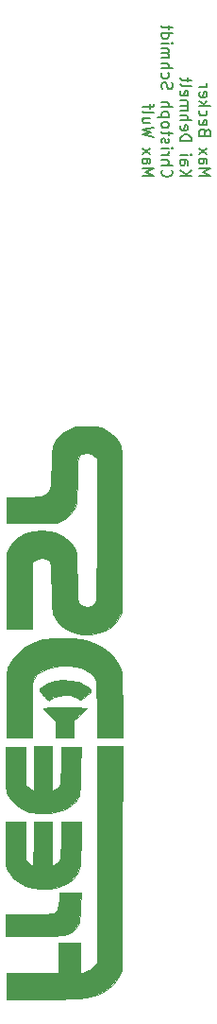
<source format=gbo>
G04 #@! TF.FileFunction,Legend,Bot*
%FSLAX46Y46*%
G04 Gerber Fmt 4.6, Leading zero omitted, Abs format (unit mm)*
G04 Created by KiCad (PCBNEW 4.0.6-e0-6349~52~ubuntu16.10.1) date Wed Jun  7 12:11:48 2017*
%MOMM*%
%LPD*%
G01*
G04 APERTURE LIST*
%ADD10C,0.100000*%
%ADD11C,0.200000*%
%ADD12C,0.010000*%
G04 APERTURE END LIST*
D10*
D11*
X106745619Y-76469905D02*
X107745619Y-76469905D01*
X107031333Y-76136571D01*
X107745619Y-75803238D01*
X106745619Y-75803238D01*
X106745619Y-74898476D02*
X107269429Y-74898476D01*
X107364667Y-74946095D01*
X107412286Y-75041333D01*
X107412286Y-75231810D01*
X107364667Y-75327048D01*
X106793238Y-74898476D02*
X106745619Y-74993714D01*
X106745619Y-75231810D01*
X106793238Y-75327048D01*
X106888476Y-75374667D01*
X106983714Y-75374667D01*
X107078952Y-75327048D01*
X107126571Y-75231810D01*
X107126571Y-74993714D01*
X107174190Y-74898476D01*
X106745619Y-74517524D02*
X107412286Y-73993714D01*
X107412286Y-74517524D02*
X106745619Y-73993714D01*
X107269429Y-72517523D02*
X107221810Y-72374666D01*
X107174190Y-72327047D01*
X107078952Y-72279428D01*
X106936095Y-72279428D01*
X106840857Y-72327047D01*
X106793238Y-72374666D01*
X106745619Y-72469904D01*
X106745619Y-72850857D01*
X107745619Y-72850857D01*
X107745619Y-72517523D01*
X107698000Y-72422285D01*
X107650381Y-72374666D01*
X107555143Y-72327047D01*
X107459905Y-72327047D01*
X107364667Y-72374666D01*
X107317048Y-72422285D01*
X107269429Y-72517523D01*
X107269429Y-72850857D01*
X106793238Y-71469904D02*
X106745619Y-71565142D01*
X106745619Y-71755619D01*
X106793238Y-71850857D01*
X106888476Y-71898476D01*
X107269429Y-71898476D01*
X107364667Y-71850857D01*
X107412286Y-71755619D01*
X107412286Y-71565142D01*
X107364667Y-71469904D01*
X107269429Y-71422285D01*
X107174190Y-71422285D01*
X107078952Y-71898476D01*
X106793238Y-70565142D02*
X106745619Y-70660380D01*
X106745619Y-70850857D01*
X106793238Y-70946095D01*
X106840857Y-70993714D01*
X106936095Y-71041333D01*
X107221810Y-71041333D01*
X107317048Y-70993714D01*
X107364667Y-70946095D01*
X107412286Y-70850857D01*
X107412286Y-70660380D01*
X107364667Y-70565142D01*
X106745619Y-70136571D02*
X107745619Y-70136571D01*
X107126571Y-70041333D02*
X106745619Y-69755618D01*
X107412286Y-69755618D02*
X107031333Y-70136571D01*
X106793238Y-68946094D02*
X106745619Y-69041332D01*
X106745619Y-69231809D01*
X106793238Y-69327047D01*
X106888476Y-69374666D01*
X107269429Y-69374666D01*
X107364667Y-69327047D01*
X107412286Y-69231809D01*
X107412286Y-69041332D01*
X107364667Y-68946094D01*
X107269429Y-68898475D01*
X107174190Y-68898475D01*
X107078952Y-69374666D01*
X106745619Y-68469904D02*
X107412286Y-68469904D01*
X107221810Y-68469904D02*
X107317048Y-68422285D01*
X107364667Y-68374666D01*
X107412286Y-68279428D01*
X107412286Y-68184189D01*
X105045619Y-76469905D02*
X106045619Y-76469905D01*
X105045619Y-75898476D02*
X105617048Y-76327048D01*
X106045619Y-75898476D02*
X105474190Y-76469905D01*
X105045619Y-75041333D02*
X105569429Y-75041333D01*
X105664667Y-75088952D01*
X105712286Y-75184190D01*
X105712286Y-75374667D01*
X105664667Y-75469905D01*
X105093238Y-75041333D02*
X105045619Y-75136571D01*
X105045619Y-75374667D01*
X105093238Y-75469905D01*
X105188476Y-75517524D01*
X105283714Y-75517524D01*
X105378952Y-75469905D01*
X105426571Y-75374667D01*
X105426571Y-75136571D01*
X105474190Y-75041333D01*
X105045619Y-74565143D02*
X105712286Y-74565143D01*
X106045619Y-74565143D02*
X105998000Y-74612762D01*
X105950381Y-74565143D01*
X105998000Y-74517524D01*
X106045619Y-74565143D01*
X105950381Y-74565143D01*
X105045619Y-73327048D02*
X106045619Y-73327048D01*
X106045619Y-73088953D01*
X105998000Y-72946095D01*
X105902762Y-72850857D01*
X105807524Y-72803238D01*
X105617048Y-72755619D01*
X105474190Y-72755619D01*
X105283714Y-72803238D01*
X105188476Y-72850857D01*
X105093238Y-72946095D01*
X105045619Y-73088953D01*
X105045619Y-73327048D01*
X105093238Y-71946095D02*
X105045619Y-72041333D01*
X105045619Y-72231810D01*
X105093238Y-72327048D01*
X105188476Y-72374667D01*
X105569429Y-72374667D01*
X105664667Y-72327048D01*
X105712286Y-72231810D01*
X105712286Y-72041333D01*
X105664667Y-71946095D01*
X105569429Y-71898476D01*
X105474190Y-71898476D01*
X105378952Y-72374667D01*
X105045619Y-71469905D02*
X106045619Y-71469905D01*
X105045619Y-71041333D02*
X105569429Y-71041333D01*
X105664667Y-71088952D01*
X105712286Y-71184190D01*
X105712286Y-71327048D01*
X105664667Y-71422286D01*
X105617048Y-71469905D01*
X105045619Y-70565143D02*
X105712286Y-70565143D01*
X105617048Y-70565143D02*
X105664667Y-70517524D01*
X105712286Y-70422286D01*
X105712286Y-70279428D01*
X105664667Y-70184190D01*
X105569429Y-70136571D01*
X105045619Y-70136571D01*
X105569429Y-70136571D02*
X105664667Y-70088952D01*
X105712286Y-69993714D01*
X105712286Y-69850857D01*
X105664667Y-69755619D01*
X105569429Y-69708000D01*
X105045619Y-69708000D01*
X105093238Y-68850857D02*
X105045619Y-68946095D01*
X105045619Y-69136572D01*
X105093238Y-69231810D01*
X105188476Y-69279429D01*
X105569429Y-69279429D01*
X105664667Y-69231810D01*
X105712286Y-69136572D01*
X105712286Y-68946095D01*
X105664667Y-68850857D01*
X105569429Y-68803238D01*
X105474190Y-68803238D01*
X105378952Y-69279429D01*
X105045619Y-68231810D02*
X105093238Y-68327048D01*
X105188476Y-68374667D01*
X106045619Y-68374667D01*
X105712286Y-67993714D02*
X105712286Y-67612762D01*
X106045619Y-67850857D02*
X105188476Y-67850857D01*
X105093238Y-67803238D01*
X105045619Y-67708000D01*
X105045619Y-67612762D01*
X103440857Y-75898476D02*
X103393238Y-75946095D01*
X103345619Y-76088952D01*
X103345619Y-76184190D01*
X103393238Y-76327048D01*
X103488476Y-76422286D01*
X103583714Y-76469905D01*
X103774190Y-76517524D01*
X103917048Y-76517524D01*
X104107524Y-76469905D01*
X104202762Y-76422286D01*
X104298000Y-76327048D01*
X104345619Y-76184190D01*
X104345619Y-76088952D01*
X104298000Y-75946095D01*
X104250381Y-75898476D01*
X103345619Y-75469905D02*
X104345619Y-75469905D01*
X103345619Y-75041333D02*
X103869429Y-75041333D01*
X103964667Y-75088952D01*
X104012286Y-75184190D01*
X104012286Y-75327048D01*
X103964667Y-75422286D01*
X103917048Y-75469905D01*
X103345619Y-74565143D02*
X104012286Y-74565143D01*
X103821810Y-74565143D02*
X103917048Y-74517524D01*
X103964667Y-74469905D01*
X104012286Y-74374667D01*
X104012286Y-74279428D01*
X103345619Y-73946095D02*
X104012286Y-73946095D01*
X104345619Y-73946095D02*
X104298000Y-73993714D01*
X104250381Y-73946095D01*
X104298000Y-73898476D01*
X104345619Y-73946095D01*
X104250381Y-73946095D01*
X103393238Y-73517524D02*
X103345619Y-73422286D01*
X103345619Y-73231810D01*
X103393238Y-73136571D01*
X103488476Y-73088952D01*
X103536095Y-73088952D01*
X103631333Y-73136571D01*
X103678952Y-73231810D01*
X103678952Y-73374667D01*
X103726571Y-73469905D01*
X103821810Y-73517524D01*
X103869429Y-73517524D01*
X103964667Y-73469905D01*
X104012286Y-73374667D01*
X104012286Y-73231810D01*
X103964667Y-73136571D01*
X104012286Y-72803238D02*
X104012286Y-72422286D01*
X104345619Y-72660381D02*
X103488476Y-72660381D01*
X103393238Y-72612762D01*
X103345619Y-72517524D01*
X103345619Y-72422286D01*
X103345619Y-71946095D02*
X103393238Y-72041333D01*
X103440857Y-72088952D01*
X103536095Y-72136571D01*
X103821810Y-72136571D01*
X103917048Y-72088952D01*
X103964667Y-72041333D01*
X104012286Y-71946095D01*
X104012286Y-71803237D01*
X103964667Y-71707999D01*
X103917048Y-71660380D01*
X103821810Y-71612761D01*
X103536095Y-71612761D01*
X103440857Y-71660380D01*
X103393238Y-71707999D01*
X103345619Y-71803237D01*
X103345619Y-71946095D01*
X104012286Y-71184190D02*
X103012286Y-71184190D01*
X103964667Y-71184190D02*
X104012286Y-71088952D01*
X104012286Y-70898475D01*
X103964667Y-70803237D01*
X103917048Y-70755618D01*
X103821810Y-70707999D01*
X103536095Y-70707999D01*
X103440857Y-70755618D01*
X103393238Y-70803237D01*
X103345619Y-70898475D01*
X103345619Y-71088952D01*
X103393238Y-71184190D01*
X103345619Y-70279428D02*
X104345619Y-70279428D01*
X103345619Y-69850856D02*
X103869429Y-69850856D01*
X103964667Y-69898475D01*
X104012286Y-69993713D01*
X104012286Y-70136571D01*
X103964667Y-70231809D01*
X103917048Y-70279428D01*
X103393238Y-68660380D02*
X103345619Y-68517523D01*
X103345619Y-68279427D01*
X103393238Y-68184189D01*
X103440857Y-68136570D01*
X103536095Y-68088951D01*
X103631333Y-68088951D01*
X103726571Y-68136570D01*
X103774190Y-68184189D01*
X103821810Y-68279427D01*
X103869429Y-68469904D01*
X103917048Y-68565142D01*
X103964667Y-68612761D01*
X104059905Y-68660380D01*
X104155143Y-68660380D01*
X104250381Y-68612761D01*
X104298000Y-68565142D01*
X104345619Y-68469904D01*
X104345619Y-68231808D01*
X104298000Y-68088951D01*
X103393238Y-67231808D02*
X103345619Y-67327046D01*
X103345619Y-67517523D01*
X103393238Y-67612761D01*
X103440857Y-67660380D01*
X103536095Y-67707999D01*
X103821810Y-67707999D01*
X103917048Y-67660380D01*
X103964667Y-67612761D01*
X104012286Y-67517523D01*
X104012286Y-67327046D01*
X103964667Y-67231808D01*
X103345619Y-66803237D02*
X104345619Y-66803237D01*
X103345619Y-66374665D02*
X103869429Y-66374665D01*
X103964667Y-66422284D01*
X104012286Y-66517522D01*
X104012286Y-66660380D01*
X103964667Y-66755618D01*
X103917048Y-66803237D01*
X103345619Y-65898475D02*
X104012286Y-65898475D01*
X103917048Y-65898475D02*
X103964667Y-65850856D01*
X104012286Y-65755618D01*
X104012286Y-65612760D01*
X103964667Y-65517522D01*
X103869429Y-65469903D01*
X103345619Y-65469903D01*
X103869429Y-65469903D02*
X103964667Y-65422284D01*
X104012286Y-65327046D01*
X104012286Y-65184189D01*
X103964667Y-65088951D01*
X103869429Y-65041332D01*
X103345619Y-65041332D01*
X103345619Y-64565142D02*
X104012286Y-64565142D01*
X104345619Y-64565142D02*
X104298000Y-64612761D01*
X104250381Y-64565142D01*
X104298000Y-64517523D01*
X104345619Y-64565142D01*
X104250381Y-64565142D01*
X103345619Y-63660380D02*
X104345619Y-63660380D01*
X103393238Y-63660380D02*
X103345619Y-63755618D01*
X103345619Y-63946095D01*
X103393238Y-64041333D01*
X103440857Y-64088952D01*
X103536095Y-64136571D01*
X103821810Y-64136571D01*
X103917048Y-64088952D01*
X103964667Y-64041333D01*
X104012286Y-63946095D01*
X104012286Y-63755618D01*
X103964667Y-63660380D01*
X104012286Y-63327047D02*
X104012286Y-62946095D01*
X104345619Y-63184190D02*
X103488476Y-63184190D01*
X103393238Y-63136571D01*
X103345619Y-63041333D01*
X103345619Y-62946095D01*
X101645619Y-76469905D02*
X102645619Y-76469905D01*
X101931333Y-76136571D01*
X102645619Y-75803238D01*
X101645619Y-75803238D01*
X101645619Y-74898476D02*
X102169429Y-74898476D01*
X102264667Y-74946095D01*
X102312286Y-75041333D01*
X102312286Y-75231810D01*
X102264667Y-75327048D01*
X101693238Y-74898476D02*
X101645619Y-74993714D01*
X101645619Y-75231810D01*
X101693238Y-75327048D01*
X101788476Y-75374667D01*
X101883714Y-75374667D01*
X101978952Y-75327048D01*
X102026571Y-75231810D01*
X102026571Y-74993714D01*
X102074190Y-74898476D01*
X101645619Y-74517524D02*
X102312286Y-73993714D01*
X102312286Y-74517524D02*
X101645619Y-73993714D01*
X102645619Y-72946095D02*
X101645619Y-72708000D01*
X102359905Y-72517523D01*
X101645619Y-72327047D01*
X102645619Y-72088952D01*
X102312286Y-71279428D02*
X101645619Y-71279428D01*
X102312286Y-71708000D02*
X101788476Y-71708000D01*
X101693238Y-71660381D01*
X101645619Y-71565143D01*
X101645619Y-71422285D01*
X101693238Y-71327047D01*
X101740857Y-71279428D01*
X101645619Y-70660381D02*
X101693238Y-70755619D01*
X101788476Y-70803238D01*
X102645619Y-70803238D01*
X102312286Y-70422285D02*
X102312286Y-70041333D01*
X101645619Y-70279428D02*
X102502762Y-70279428D01*
X102598000Y-70231809D01*
X102645619Y-70136571D01*
X102645619Y-70041333D01*
D12*
G36*
X94149333Y-140631334D02*
X94149333Y-141226720D01*
X94118533Y-141740619D01*
X94021713Y-142112216D01*
X93852244Y-142357786D01*
X93637806Y-142482543D01*
X93445460Y-142517219D01*
X93094501Y-142544598D01*
X92595513Y-142564236D01*
X91959078Y-142575691D01*
X91342699Y-142578667D01*
X89323333Y-142578667D01*
X89323333Y-144526000D01*
X91805633Y-144526000D01*
X92622234Y-144523644D01*
X93289124Y-144514848D01*
X93825880Y-144497019D01*
X94252079Y-144467566D01*
X94587299Y-144423896D01*
X94851118Y-144363417D01*
X95063113Y-144283539D01*
X95242863Y-144181667D01*
X95409944Y-144055211D01*
X95419031Y-144047596D01*
X95644850Y-143833443D01*
X95812007Y-143605316D01*
X95929798Y-143332802D01*
X96007519Y-142985486D01*
X96054470Y-142532956D01*
X96079946Y-141944799D01*
X96081601Y-141880167D01*
X96112197Y-140631334D01*
X94149333Y-140631334D01*
X94149333Y-140631334D01*
G37*
X94149333Y-140631334D02*
X94149333Y-141226720D01*
X94118533Y-141740619D01*
X94021713Y-142112216D01*
X93852244Y-142357786D01*
X93637806Y-142482543D01*
X93445460Y-142517219D01*
X93094501Y-142544598D01*
X92595513Y-142564236D01*
X91959078Y-142575691D01*
X91342699Y-142578667D01*
X89323333Y-142578667D01*
X89323333Y-144526000D01*
X91805633Y-144526000D01*
X92622234Y-144523644D01*
X93289124Y-144514848D01*
X93825880Y-144497019D01*
X94252079Y-144467566D01*
X94587299Y-144423896D01*
X94851118Y-144363417D01*
X95063113Y-144283539D01*
X95242863Y-144181667D01*
X95409944Y-144055211D01*
X95419031Y-144047596D01*
X95644850Y-143833443D01*
X95812007Y-143605316D01*
X95929798Y-143332802D01*
X96007519Y-142985486D01*
X96054470Y-142532956D01*
X96079946Y-141944799D01*
X96081601Y-141880167D01*
X96112197Y-140631334D01*
X94149333Y-140631334D01*
G36*
X94318666Y-134281334D02*
X94318666Y-135958485D01*
X94317550Y-136554496D01*
X94310880Y-137005774D01*
X94293671Y-137336918D01*
X94260940Y-137572527D01*
X94207705Y-137737201D01*
X94128981Y-137855538D01*
X94019784Y-137952138D01*
X93897661Y-138036613D01*
X93765886Y-138121050D01*
X93664571Y-138165481D01*
X93589713Y-138152903D01*
X93537308Y-138066311D01*
X93503352Y-137888703D01*
X93483843Y-137603075D01*
X93474777Y-137192421D01*
X93472150Y-136639739D01*
X93472000Y-136228667D01*
X93472000Y-134281334D01*
X91863333Y-134281334D01*
X91863333Y-136228667D01*
X91861404Y-136782534D01*
X91855993Y-137275137D01*
X91847665Y-137682841D01*
X91836984Y-137982010D01*
X91824517Y-138149009D01*
X91816795Y-138176000D01*
X91659292Y-138124364D01*
X91452760Y-138001141D01*
X91268528Y-137853858D01*
X91188510Y-137757357D01*
X91158726Y-137616846D01*
X91134028Y-137330121D01*
X91115520Y-136920252D01*
X91104308Y-136410312D01*
X91101333Y-135937900D01*
X91101333Y-134281334D01*
X89323333Y-134281334D01*
X89336019Y-136122834D01*
X89341317Y-136677762D01*
X89348948Y-137186728D01*
X89358265Y-137621338D01*
X89368621Y-137953200D01*
X89379370Y-138153924D01*
X89383054Y-138187614D01*
X89444681Y-138380265D01*
X89568674Y-138648184D01*
X89688405Y-138864948D01*
X90060115Y-139329601D01*
X90550283Y-139704713D01*
X91132358Y-139988189D01*
X91779791Y-140177933D01*
X92466031Y-140271851D01*
X93164529Y-140267846D01*
X93848736Y-140163824D01*
X94492100Y-139957689D01*
X95068073Y-139647345D01*
X95464340Y-139320783D01*
X95649600Y-139122227D01*
X95795023Y-138924547D01*
X95905349Y-138704456D01*
X95985318Y-138438663D01*
X96039668Y-138103879D01*
X96073138Y-137676816D01*
X96090470Y-137134183D01*
X96096401Y-136452691D01*
X96096666Y-136213585D01*
X96096666Y-134281334D01*
X94318666Y-134281334D01*
X94318666Y-134281334D01*
G37*
X94318666Y-134281334D02*
X94318666Y-135958485D01*
X94317550Y-136554496D01*
X94310880Y-137005774D01*
X94293671Y-137336918D01*
X94260940Y-137572527D01*
X94207705Y-137737201D01*
X94128981Y-137855538D01*
X94019784Y-137952138D01*
X93897661Y-138036613D01*
X93765886Y-138121050D01*
X93664571Y-138165481D01*
X93589713Y-138152903D01*
X93537308Y-138066311D01*
X93503352Y-137888703D01*
X93483843Y-137603075D01*
X93474777Y-137192421D01*
X93472150Y-136639739D01*
X93472000Y-136228667D01*
X93472000Y-134281334D01*
X91863333Y-134281334D01*
X91863333Y-136228667D01*
X91861404Y-136782534D01*
X91855993Y-137275137D01*
X91847665Y-137682841D01*
X91836984Y-137982010D01*
X91824517Y-138149009D01*
X91816795Y-138176000D01*
X91659292Y-138124364D01*
X91452760Y-138001141D01*
X91268528Y-137853858D01*
X91188510Y-137757357D01*
X91158726Y-137616846D01*
X91134028Y-137330121D01*
X91115520Y-136920252D01*
X91104308Y-136410312D01*
X91101333Y-135937900D01*
X91101333Y-134281334D01*
X89323333Y-134281334D01*
X89336019Y-136122834D01*
X89341317Y-136677762D01*
X89348948Y-137186728D01*
X89358265Y-137621338D01*
X89368621Y-137953200D01*
X89379370Y-138153924D01*
X89383054Y-138187614D01*
X89444681Y-138380265D01*
X89568674Y-138648184D01*
X89688405Y-138864948D01*
X90060115Y-139329601D01*
X90550283Y-139704713D01*
X91132358Y-139988189D01*
X91779791Y-140177933D01*
X92466031Y-140271851D01*
X93164529Y-140267846D01*
X93848736Y-140163824D01*
X94492100Y-139957689D01*
X95068073Y-139647345D01*
X95464340Y-139320783D01*
X95649600Y-139122227D01*
X95795023Y-138924547D01*
X95905349Y-138704456D01*
X95985318Y-138438663D01*
X96039668Y-138103879D01*
X96073138Y-137676816D01*
X96090470Y-137134183D01*
X96096401Y-136452691D01*
X96096666Y-136213585D01*
X96096666Y-134281334D01*
X94318666Y-134281334D01*
G36*
X94318666Y-127592667D02*
X94318666Y-129232249D01*
X94317452Y-129803542D01*
X94312276Y-130230784D01*
X94300836Y-130539247D01*
X94280832Y-130754206D01*
X94249962Y-130900933D01*
X94205925Y-131004702D01*
X94149843Y-131086456D01*
X93942888Y-131273263D01*
X93726510Y-131389803D01*
X93472000Y-131478525D01*
X93472000Y-127508000D01*
X91863333Y-127508000D01*
X91863333Y-131493292D01*
X91672833Y-131395066D01*
X91464175Y-131261655D01*
X91291833Y-131123328D01*
X91226811Y-131057989D01*
X91178563Y-130981011D01*
X91144590Y-130868091D01*
X91122392Y-130694923D01*
X91109469Y-130437202D01*
X91103321Y-130070624D01*
X91101448Y-129570882D01*
X91101333Y-129271242D01*
X91101333Y-127592667D01*
X89323333Y-127592667D01*
X89326097Y-129434167D01*
X89328972Y-130067928D01*
X89336681Y-130558953D01*
X89351062Y-130933813D01*
X89373956Y-131219081D01*
X89407201Y-131441327D01*
X89452638Y-131627122D01*
X89484852Y-131727350D01*
X89751198Y-132241940D01*
X90169186Y-132693260D01*
X90730225Y-133072812D01*
X90961246Y-133188258D01*
X91263740Y-133319152D01*
X91525785Y-133404751D01*
X91804654Y-133457073D01*
X92157619Y-133488138D01*
X92460422Y-133502895D01*
X93327263Y-133488573D01*
X94072778Y-133366491D01*
X94709096Y-133133119D01*
X95248344Y-132784926D01*
X95405586Y-132645631D01*
X95595100Y-132458092D01*
X95743722Y-132283344D01*
X95856741Y-132097884D01*
X95939450Y-131878213D01*
X95997138Y-131600828D01*
X96035098Y-131242229D01*
X96058620Y-130778913D01*
X96072995Y-130187380D01*
X96080951Y-129645834D01*
X96107569Y-127592667D01*
X94318666Y-127592667D01*
X94318666Y-127592667D01*
G37*
X94318666Y-127592667D02*
X94318666Y-129232249D01*
X94317452Y-129803542D01*
X94312276Y-130230784D01*
X94300836Y-130539247D01*
X94280832Y-130754206D01*
X94249962Y-130900933D01*
X94205925Y-131004702D01*
X94149843Y-131086456D01*
X93942888Y-131273263D01*
X93726510Y-131389803D01*
X93472000Y-131478525D01*
X93472000Y-127508000D01*
X91863333Y-127508000D01*
X91863333Y-131493292D01*
X91672833Y-131395066D01*
X91464175Y-131261655D01*
X91291833Y-131123328D01*
X91226811Y-131057989D01*
X91178563Y-130981011D01*
X91144590Y-130868091D01*
X91122392Y-130694923D01*
X91109469Y-130437202D01*
X91103321Y-130070624D01*
X91101448Y-129570882D01*
X91101333Y-129271242D01*
X91101333Y-127592667D01*
X89323333Y-127592667D01*
X89326097Y-129434167D01*
X89328972Y-130067928D01*
X89336681Y-130558953D01*
X89351062Y-130933813D01*
X89373956Y-131219081D01*
X89407201Y-131441327D01*
X89452638Y-131627122D01*
X89484852Y-131727350D01*
X89751198Y-132241940D01*
X90169186Y-132693260D01*
X90730225Y-133072812D01*
X90961246Y-133188258D01*
X91263740Y-133319152D01*
X91525785Y-133404751D01*
X91804654Y-133457073D01*
X92157619Y-133488138D01*
X92460422Y-133502895D01*
X93327263Y-133488573D01*
X94072778Y-133366491D01*
X94709096Y-133133119D01*
X95248344Y-132784926D01*
X95405586Y-132645631D01*
X95595100Y-132458092D01*
X95743722Y-132283344D01*
X95856741Y-132097884D01*
X95939450Y-131878213D01*
X95997138Y-131600828D01*
X96035098Y-131242229D01*
X96058620Y-130778913D01*
X96072995Y-130187380D01*
X96080951Y-129645834D01*
X96107569Y-127592667D01*
X94318666Y-127592667D01*
G36*
X97536000Y-127508000D02*
X97536000Y-146871626D01*
X97345500Y-147151948D01*
X97049824Y-147451136D01*
X96641149Y-147674051D01*
X96287166Y-147774198D01*
X96012000Y-147823767D01*
X96012000Y-145118667D01*
X94064666Y-145118667D01*
X94064666Y-147828000D01*
X89408000Y-147828000D01*
X89408000Y-150198667D01*
X92053833Y-150197943D01*
X93260732Y-150190832D01*
X94304601Y-150169998D01*
X95191211Y-150135132D01*
X95926333Y-150085922D01*
X96515738Y-150022059D01*
X96965197Y-149943233D01*
X97016535Y-149931168D01*
X97802829Y-149667410D01*
X98473965Y-149290369D01*
X99022034Y-148805883D01*
X99439128Y-148219791D01*
X99504506Y-148094205D01*
X99779666Y-147535321D01*
X99802519Y-137521661D01*
X99825371Y-127508000D01*
X97536000Y-127508000D01*
X97536000Y-127508000D01*
G37*
X97536000Y-127508000D02*
X97536000Y-146871626D01*
X97345500Y-147151948D01*
X97049824Y-147451136D01*
X96641149Y-147674051D01*
X96287166Y-147774198D01*
X96012000Y-147823767D01*
X96012000Y-145118667D01*
X94064666Y-145118667D01*
X94064666Y-147828000D01*
X89408000Y-147828000D01*
X89408000Y-150198667D01*
X92053833Y-150197943D01*
X93260732Y-150190832D01*
X94304601Y-150169998D01*
X95191211Y-150135132D01*
X95926333Y-150085922D01*
X96515738Y-150022059D01*
X96965197Y-149943233D01*
X97016535Y-149931168D01*
X97802829Y-149667410D01*
X98473965Y-149290369D01*
X99022034Y-148805883D01*
X99439128Y-148219791D01*
X99504506Y-148094205D01*
X99779666Y-147535321D01*
X99802519Y-137521661D01*
X99825371Y-127508000D01*
X97536000Y-127508000D01*
G36*
X99821297Y-123140143D02*
X99818508Y-122510596D01*
X99812610Y-122009511D01*
X99802581Y-121616454D01*
X99787400Y-121310991D01*
X99766044Y-121072687D01*
X99737491Y-120881110D01*
X99700719Y-120715824D01*
X99654706Y-120556396D01*
X99653672Y-120553086D01*
X99371461Y-119929979D01*
X98938118Y-119363731D01*
X98365037Y-118863680D01*
X97663615Y-118439169D01*
X96845247Y-118099536D01*
X96546189Y-118006151D01*
X96063968Y-117905234D01*
X95465591Y-117837939D01*
X94800960Y-117804751D01*
X94119978Y-117806158D01*
X93472548Y-117842645D01*
X92908574Y-117914698D01*
X92657462Y-117968268D01*
X91850530Y-118240690D01*
X91129250Y-118615573D01*
X90511802Y-119078417D01*
X90016364Y-119614722D01*
X89661114Y-120209988D01*
X89573864Y-120427856D01*
X89529112Y-120566327D01*
X89493167Y-120713231D01*
X89465076Y-120888094D01*
X89443883Y-121110439D01*
X89428637Y-121399792D01*
X89418382Y-121775675D01*
X89412165Y-122257614D01*
X89409032Y-122865133D01*
X89408030Y-123617756D01*
X89408000Y-123822885D01*
X89408000Y-126746000D01*
X91694000Y-126746000D01*
X91695393Y-124269500D01*
X91696201Y-123555915D01*
X91698675Y-122991022D01*
X91704228Y-122554185D01*
X91714274Y-122224763D01*
X91730228Y-121982117D01*
X91753503Y-121805609D01*
X91785514Y-121674598D01*
X91827674Y-121568445D01*
X91881398Y-121466512D01*
X91888264Y-121454334D01*
X92186780Y-121089202D01*
X92613648Y-120791419D01*
X93140565Y-120564049D01*
X93739230Y-120410156D01*
X94381337Y-120332802D01*
X95038585Y-120335051D01*
X95682670Y-120419968D01*
X96285288Y-120590615D01*
X96818137Y-120850055D01*
X96910709Y-120910708D01*
X97078431Y-121030824D01*
X97213127Y-121148871D01*
X97318414Y-121284118D01*
X97397912Y-121455834D01*
X97455240Y-121683288D01*
X97494017Y-121985749D01*
X97517862Y-122382486D01*
X97530394Y-122892767D01*
X97535233Y-123535863D01*
X97536000Y-124239963D01*
X97536000Y-126746000D01*
X99822000Y-126746000D01*
X99822000Y-123918586D01*
X99821297Y-123140143D01*
X99821297Y-123140143D01*
G37*
X99821297Y-123140143D02*
X99818508Y-122510596D01*
X99812610Y-122009511D01*
X99802581Y-121616454D01*
X99787400Y-121310991D01*
X99766044Y-121072687D01*
X99737491Y-120881110D01*
X99700719Y-120715824D01*
X99654706Y-120556396D01*
X99653672Y-120553086D01*
X99371461Y-119929979D01*
X98938118Y-119363731D01*
X98365037Y-118863680D01*
X97663615Y-118439169D01*
X96845247Y-118099536D01*
X96546189Y-118006151D01*
X96063968Y-117905234D01*
X95465591Y-117837939D01*
X94800960Y-117804751D01*
X94119978Y-117806158D01*
X93472548Y-117842645D01*
X92908574Y-117914698D01*
X92657462Y-117968268D01*
X91850530Y-118240690D01*
X91129250Y-118615573D01*
X90511802Y-119078417D01*
X90016364Y-119614722D01*
X89661114Y-120209988D01*
X89573864Y-120427856D01*
X89529112Y-120566327D01*
X89493167Y-120713231D01*
X89465076Y-120888094D01*
X89443883Y-121110439D01*
X89428637Y-121399792D01*
X89418382Y-121775675D01*
X89412165Y-122257614D01*
X89409032Y-122865133D01*
X89408030Y-123617756D01*
X89408000Y-123822885D01*
X89408000Y-126746000D01*
X91694000Y-126746000D01*
X91695393Y-124269500D01*
X91696201Y-123555915D01*
X91698675Y-122991022D01*
X91704228Y-122554185D01*
X91714274Y-122224763D01*
X91730228Y-121982117D01*
X91753503Y-121805609D01*
X91785514Y-121674598D01*
X91827674Y-121568445D01*
X91881398Y-121466512D01*
X91888264Y-121454334D01*
X92186780Y-121089202D01*
X92613648Y-120791419D01*
X93140565Y-120564049D01*
X93739230Y-120410156D01*
X94381337Y-120332802D01*
X95038585Y-120335051D01*
X95682670Y-120419968D01*
X96285288Y-120590615D01*
X96818137Y-120850055D01*
X96910709Y-120910708D01*
X97078431Y-121030824D01*
X97213127Y-121148871D01*
X97318414Y-121284118D01*
X97397912Y-121455834D01*
X97455240Y-121683288D01*
X97494017Y-121985749D01*
X97517862Y-122382486D01*
X97530394Y-122892767D01*
X97535233Y-123535863D01*
X97536000Y-124239963D01*
X97536000Y-126746000D01*
X99822000Y-126746000D01*
X99822000Y-123918586D01*
X99821297Y-123140143D01*
G36*
X99779612Y-106876427D02*
X99779277Y-105749492D01*
X99778408Y-104769834D01*
X99776750Y-103926425D01*
X99774048Y-103208237D01*
X99770047Y-102604241D01*
X99764492Y-102103410D01*
X99757129Y-101694715D01*
X99747702Y-101367128D01*
X99735957Y-101109620D01*
X99721638Y-100911165D01*
X99704492Y-100760733D01*
X99684263Y-100647297D01*
X99660696Y-100559827D01*
X99633536Y-100487297D01*
X99602530Y-100418678D01*
X99600646Y-100414667D01*
X99271570Y-99907075D01*
X98799569Y-99465230D01*
X98213333Y-99111911D01*
X97967961Y-98999193D01*
X97761645Y-98924193D01*
X97548957Y-98879265D01*
X97284469Y-98856765D01*
X96922754Y-98849048D01*
X96647000Y-98848334D01*
X96202595Y-98851378D01*
X95882032Y-98865297D01*
X95639858Y-98897267D01*
X95430622Y-98954467D01*
X95208871Y-99044074D01*
X95103161Y-99092133D01*
X94644959Y-99363878D01*
X94215928Y-99726481D01*
X93863684Y-100134120D01*
X93661025Y-100479959D01*
X93610313Y-100630335D01*
X93569948Y-100840679D01*
X93537926Y-101133776D01*
X93512244Y-101532407D01*
X93490898Y-102059355D01*
X93475594Y-102588772D01*
X93459081Y-103189803D01*
X93442680Y-103645745D01*
X93423719Y-103980820D01*
X93399527Y-104219248D01*
X93367433Y-104385252D01*
X93324765Y-104503053D01*
X93268852Y-104596873D01*
X93251483Y-104620772D01*
X93096749Y-104810131D01*
X92935278Y-104953608D01*
X92741001Y-105058071D01*
X92487848Y-105130387D01*
X92149753Y-105177424D01*
X91700645Y-105206049D01*
X91114457Y-105223129D01*
X90953166Y-105226225D01*
X89408000Y-105254116D01*
X89408000Y-107536767D01*
X91672833Y-107510550D01*
X93937666Y-107484334D01*
X94422319Y-107246340D01*
X94741922Y-107055530D01*
X95046455Y-106818914D01*
X95200891Y-106664969D01*
X95372959Y-106448486D01*
X95505910Y-106233646D01*
X95604664Y-105994992D01*
X95674145Y-105707067D01*
X95719273Y-105344414D01*
X95744972Y-104881575D01*
X95756162Y-104293093D01*
X95758000Y-103783532D01*
X95762785Y-103060505D01*
X95781398Y-102489124D01*
X95820226Y-102051866D01*
X95885655Y-101731209D01*
X95984072Y-101509628D01*
X96121864Y-101369601D01*
X96305417Y-101293605D01*
X96541119Y-101264115D01*
X96677271Y-101261334D01*
X97026510Y-101324090D01*
X97275504Y-101480527D01*
X97536000Y-101699720D01*
X97536000Y-108126860D01*
X97535924Y-109322079D01*
X97535495Y-110359489D01*
X97534411Y-111250618D01*
X97532372Y-112006989D01*
X97529074Y-112640130D01*
X97524217Y-113161564D01*
X97517499Y-113582819D01*
X97508618Y-113915419D01*
X97497272Y-114170890D01*
X97483161Y-114360758D01*
X97465983Y-114496547D01*
X97445435Y-114589784D01*
X97421216Y-114651994D01*
X97393025Y-114694703D01*
X97363285Y-114726715D01*
X97040728Y-114946992D01*
X96680488Y-115028308D01*
X96325199Y-114969908D01*
X96017496Y-114771034D01*
X95998003Y-114750943D01*
X95938206Y-114682724D01*
X95891406Y-114606583D01*
X95855529Y-114501558D01*
X95828502Y-114346687D01*
X95808252Y-114121008D01*
X95792703Y-113803559D01*
X95779784Y-113373376D01*
X95767419Y-112809499D01*
X95758000Y-112324854D01*
X95744395Y-111650344D01*
X95731098Y-111122769D01*
X95716089Y-110719747D01*
X95697345Y-110418895D01*
X95672848Y-110197833D01*
X95640575Y-110034177D01*
X95598505Y-109905545D01*
X95544619Y-109789555D01*
X95525877Y-109753933D01*
X95145774Y-109217645D01*
X94642455Y-108786243D01*
X94031768Y-108467990D01*
X93329562Y-108271155D01*
X92554287Y-108204000D01*
X91811190Y-108272433D01*
X91131043Y-108470185D01*
X90534115Y-108785938D01*
X90040676Y-109208373D01*
X89670997Y-109726170D01*
X89609979Y-109848121D01*
X89559826Y-109958536D01*
X89518828Y-110065043D01*
X89486056Y-110185137D01*
X89460584Y-110336310D01*
X89441485Y-110536057D01*
X89427832Y-110801871D01*
X89418697Y-111151245D01*
X89413154Y-111601672D01*
X89410276Y-112170648D01*
X89409135Y-112875664D01*
X89408827Y-113643834D01*
X89408000Y-117009334D01*
X91694000Y-117009334D01*
X91694000Y-111094957D01*
X91914256Y-110921704D01*
X92249891Y-110744850D01*
X92620735Y-110687067D01*
X92976781Y-110746371D01*
X93268022Y-110920780D01*
X93321026Y-110977499D01*
X93358437Y-111073942D01*
X93389913Y-111274416D01*
X93416336Y-111592336D01*
X93438585Y-112041119D01*
X93457544Y-112634180D01*
X93472000Y-113275557D01*
X93485280Y-113936980D01*
X93497786Y-114452726D01*
X93512004Y-114846422D01*
X93530418Y-115141693D01*
X93555514Y-115362164D01*
X93589775Y-115531461D01*
X93635687Y-115673210D01*
X93695735Y-115811036D01*
X93750560Y-115924043D01*
X93930765Y-116233486D01*
X94144399Y-116520435D01*
X94282853Y-116665034D01*
X94857425Y-117060947D01*
X95518270Y-117331342D01*
X96233829Y-117472313D01*
X96972543Y-117479951D01*
X97702851Y-117350350D01*
X98239107Y-117154806D01*
X98806236Y-116824260D01*
X99248250Y-116399816D01*
X99530204Y-115977997D01*
X99779666Y-115527667D01*
X99779666Y-108161667D01*
X99779612Y-106876427D01*
X99779612Y-106876427D01*
G37*
X99779612Y-106876427D02*
X99779277Y-105749492D01*
X99778408Y-104769834D01*
X99776750Y-103926425D01*
X99774048Y-103208237D01*
X99770047Y-102604241D01*
X99764492Y-102103410D01*
X99757129Y-101694715D01*
X99747702Y-101367128D01*
X99735957Y-101109620D01*
X99721638Y-100911165D01*
X99704492Y-100760733D01*
X99684263Y-100647297D01*
X99660696Y-100559827D01*
X99633536Y-100487297D01*
X99602530Y-100418678D01*
X99600646Y-100414667D01*
X99271570Y-99907075D01*
X98799569Y-99465230D01*
X98213333Y-99111911D01*
X97967961Y-98999193D01*
X97761645Y-98924193D01*
X97548957Y-98879265D01*
X97284469Y-98856765D01*
X96922754Y-98849048D01*
X96647000Y-98848334D01*
X96202595Y-98851378D01*
X95882032Y-98865297D01*
X95639858Y-98897267D01*
X95430622Y-98954467D01*
X95208871Y-99044074D01*
X95103161Y-99092133D01*
X94644959Y-99363878D01*
X94215928Y-99726481D01*
X93863684Y-100134120D01*
X93661025Y-100479959D01*
X93610313Y-100630335D01*
X93569948Y-100840679D01*
X93537926Y-101133776D01*
X93512244Y-101532407D01*
X93490898Y-102059355D01*
X93475594Y-102588772D01*
X93459081Y-103189803D01*
X93442680Y-103645745D01*
X93423719Y-103980820D01*
X93399527Y-104219248D01*
X93367433Y-104385252D01*
X93324765Y-104503053D01*
X93268852Y-104596873D01*
X93251483Y-104620772D01*
X93096749Y-104810131D01*
X92935278Y-104953608D01*
X92741001Y-105058071D01*
X92487848Y-105130387D01*
X92149753Y-105177424D01*
X91700645Y-105206049D01*
X91114457Y-105223129D01*
X90953166Y-105226225D01*
X89408000Y-105254116D01*
X89408000Y-107536767D01*
X91672833Y-107510550D01*
X93937666Y-107484334D01*
X94422319Y-107246340D01*
X94741922Y-107055530D01*
X95046455Y-106818914D01*
X95200891Y-106664969D01*
X95372959Y-106448486D01*
X95505910Y-106233646D01*
X95604664Y-105994992D01*
X95674145Y-105707067D01*
X95719273Y-105344414D01*
X95744972Y-104881575D01*
X95756162Y-104293093D01*
X95758000Y-103783532D01*
X95762785Y-103060505D01*
X95781398Y-102489124D01*
X95820226Y-102051866D01*
X95885655Y-101731209D01*
X95984072Y-101509628D01*
X96121864Y-101369601D01*
X96305417Y-101293605D01*
X96541119Y-101264115D01*
X96677271Y-101261334D01*
X97026510Y-101324090D01*
X97275504Y-101480527D01*
X97536000Y-101699720D01*
X97536000Y-108126860D01*
X97535924Y-109322079D01*
X97535495Y-110359489D01*
X97534411Y-111250618D01*
X97532372Y-112006989D01*
X97529074Y-112640130D01*
X97524217Y-113161564D01*
X97517499Y-113582819D01*
X97508618Y-113915419D01*
X97497272Y-114170890D01*
X97483161Y-114360758D01*
X97465983Y-114496547D01*
X97445435Y-114589784D01*
X97421216Y-114651994D01*
X97393025Y-114694703D01*
X97363285Y-114726715D01*
X97040728Y-114946992D01*
X96680488Y-115028308D01*
X96325199Y-114969908D01*
X96017496Y-114771034D01*
X95998003Y-114750943D01*
X95938206Y-114682724D01*
X95891406Y-114606583D01*
X95855529Y-114501558D01*
X95828502Y-114346687D01*
X95808252Y-114121008D01*
X95792703Y-113803559D01*
X95779784Y-113373376D01*
X95767419Y-112809499D01*
X95758000Y-112324854D01*
X95744395Y-111650344D01*
X95731098Y-111122769D01*
X95716089Y-110719747D01*
X95697345Y-110418895D01*
X95672848Y-110197833D01*
X95640575Y-110034177D01*
X95598505Y-109905545D01*
X95544619Y-109789555D01*
X95525877Y-109753933D01*
X95145774Y-109217645D01*
X94642455Y-108786243D01*
X94031768Y-108467990D01*
X93329562Y-108271155D01*
X92554287Y-108204000D01*
X91811190Y-108272433D01*
X91131043Y-108470185D01*
X90534115Y-108785938D01*
X90040676Y-109208373D01*
X89670997Y-109726170D01*
X89609979Y-109848121D01*
X89559826Y-109958536D01*
X89518828Y-110065043D01*
X89486056Y-110185137D01*
X89460584Y-110336310D01*
X89441485Y-110536057D01*
X89427832Y-110801871D01*
X89418697Y-111151245D01*
X89413154Y-111601672D01*
X89410276Y-112170648D01*
X89409135Y-112875664D01*
X89408827Y-113643834D01*
X89408000Y-117009334D01*
X91694000Y-117009334D01*
X91694000Y-111094957D01*
X91914256Y-110921704D01*
X92249891Y-110744850D01*
X92620735Y-110687067D01*
X92976781Y-110746371D01*
X93268022Y-110920780D01*
X93321026Y-110977499D01*
X93358437Y-111073942D01*
X93389913Y-111274416D01*
X93416336Y-111592336D01*
X93438585Y-112041119D01*
X93457544Y-112634180D01*
X93472000Y-113275557D01*
X93485280Y-113936980D01*
X93497786Y-114452726D01*
X93512004Y-114846422D01*
X93530418Y-115141693D01*
X93555514Y-115362164D01*
X93589775Y-115531461D01*
X93635687Y-115673210D01*
X93695735Y-115811036D01*
X93750560Y-115924043D01*
X93930765Y-116233486D01*
X94144399Y-116520435D01*
X94282853Y-116665034D01*
X94857425Y-117060947D01*
X95518270Y-117331342D01*
X96233829Y-117472313D01*
X96972543Y-117479951D01*
X97702851Y-117350350D01*
X98239107Y-117154806D01*
X98806236Y-116824260D01*
X99248250Y-116399816D01*
X99530204Y-115977997D01*
X99779666Y-115527667D01*
X99779666Y-108161667D01*
X99779612Y-106876427D01*
G36*
X96956107Y-122401623D02*
X96771652Y-122228296D01*
X96502189Y-122044974D01*
X96184404Y-121876617D01*
X95854984Y-121748180D01*
X95854915Y-121748159D01*
X95212822Y-121615815D01*
X94515270Y-121584577D01*
X93836136Y-121654617D01*
X93476950Y-121742596D01*
X93130004Y-121875141D01*
X92810636Y-122040079D01*
X92555585Y-122213752D01*
X92401592Y-122372501D01*
X92372988Y-122453476D01*
X92428572Y-122560943D01*
X92573549Y-122749750D01*
X92777899Y-122981177D01*
X92802338Y-123007178D01*
X93025806Y-123237001D01*
X93169452Y-123358692D01*
X93266047Y-123390595D01*
X93348362Y-123351056D01*
X93375282Y-123327907D01*
X93714801Y-123117415D01*
X94156642Y-122979395D01*
X94647635Y-122919266D01*
X95134611Y-122942449D01*
X95564398Y-123054363D01*
X95654252Y-123095600D01*
X95869642Y-123223814D01*
X96010792Y-123342002D01*
X96034225Y-123378237D01*
X96106140Y-123376401D01*
X96260397Y-123283648D01*
X96461246Y-123130414D01*
X96672931Y-122947137D01*
X96859700Y-122764254D01*
X96985801Y-122612201D01*
X97018867Y-122539998D01*
X96956107Y-122401623D01*
X96956107Y-122401623D01*
G37*
X96956107Y-122401623D02*
X96771652Y-122228296D01*
X96502189Y-122044974D01*
X96184404Y-121876617D01*
X95854984Y-121748180D01*
X95854915Y-121748159D01*
X95212822Y-121615815D01*
X94515270Y-121584577D01*
X93836136Y-121654617D01*
X93476950Y-121742596D01*
X93130004Y-121875141D01*
X92810636Y-122040079D01*
X92555585Y-122213752D01*
X92401592Y-122372501D01*
X92372988Y-122453476D01*
X92428572Y-122560943D01*
X92573549Y-122749750D01*
X92777899Y-122981177D01*
X92802338Y-123007178D01*
X93025806Y-123237001D01*
X93169452Y-123358692D01*
X93266047Y-123390595D01*
X93348362Y-123351056D01*
X93375282Y-123327907D01*
X93714801Y-123117415D01*
X94156642Y-122979395D01*
X94647635Y-122919266D01*
X95134611Y-122942449D01*
X95564398Y-123054363D01*
X95654252Y-123095600D01*
X95869642Y-123223814D01*
X96010792Y-123342002D01*
X96034225Y-123378237D01*
X96106140Y-123376401D01*
X96260397Y-123283648D01*
X96461246Y-123130414D01*
X96672931Y-122947137D01*
X96859700Y-122764254D01*
X96985801Y-122612201D01*
X97018867Y-122539998D01*
X96956107Y-122401623D01*
G36*
X96523941Y-124084904D02*
X96297523Y-124067852D01*
X95949045Y-124053739D01*
X95502142Y-124043383D01*
X94980450Y-124037602D01*
X94657333Y-124036667D01*
X94103470Y-124039401D01*
X93610870Y-124047069D01*
X93203167Y-124058870D01*
X92903997Y-124074004D01*
X92736994Y-124091671D01*
X92710000Y-124102613D01*
X92766416Y-124187526D01*
X92917563Y-124359830D01*
X93136293Y-124589362D01*
X93260333Y-124714000D01*
X93810666Y-125259442D01*
X93810666Y-126746000D01*
X95419333Y-126746000D01*
X95419333Y-125232741D01*
X96012000Y-124702114D01*
X96269430Y-124464898D01*
X96470398Y-124266897D01*
X96586828Y-124136441D01*
X96604666Y-124104077D01*
X96523941Y-124084904D01*
X96523941Y-124084904D01*
G37*
X96523941Y-124084904D02*
X96297523Y-124067852D01*
X95949045Y-124053739D01*
X95502142Y-124043383D01*
X94980450Y-124037602D01*
X94657333Y-124036667D01*
X94103470Y-124039401D01*
X93610870Y-124047069D01*
X93203167Y-124058870D01*
X92903997Y-124074004D01*
X92736994Y-124091671D01*
X92710000Y-124102613D01*
X92766416Y-124187526D01*
X92917563Y-124359830D01*
X93136293Y-124589362D01*
X93260333Y-124714000D01*
X93810666Y-125259442D01*
X93810666Y-126746000D01*
X95419333Y-126746000D01*
X95419333Y-125232741D01*
X96012000Y-124702114D01*
X96269430Y-124464898D01*
X96470398Y-124266897D01*
X96586828Y-124136441D01*
X96604666Y-124104077D01*
X96523941Y-124084904D01*
M02*

</source>
